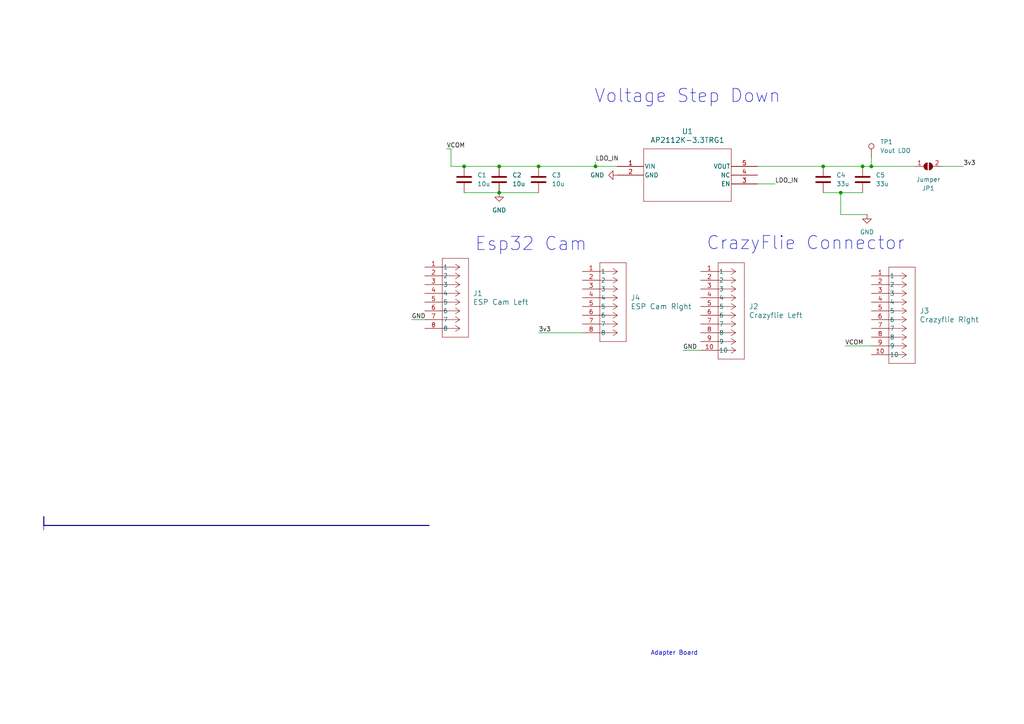
<source format=kicad_sch>
(kicad_sch (version 20231120) (generator "eeschema") (generator_version "8.0")
  (paper "A4")
  (lib_symbols
    (symbol "2024-03-30_19-43-28:NPTC081KFXC-RC" (pin_names (offset 0.254))
      (property "Reference" "J" (at 8.89 6.35 0))
      (property "Value" "NPTC081KFXC-RC" (at 0 0 0))
      (symbol "NPTC081KFXC-RC_1_1"
        (polyline (pts (xy 5.08 -20.32) (xy 12.7 -20.32)) (stroke (width 0.127)))
        (polyline (pts (xy 5.08 2.54) (xy 5.08 -20.32)) (stroke (width 0.127)))
        (polyline (pts (xy 10.16 -17.78) (xy 5.08 -17.78)) (stroke (width 0.127)))
        (polyline (pts (xy 10.16 -17.78) (xy 8.89 -18.6267)) (stroke (width 0.127)))
        (polyline (pts (xy 10.16 -17.78) (xy 8.89 -16.9333)) (stroke (width 0.127)))
        (polyline (pts (xy 10.16 -15.24) (xy 5.08 -15.24)) (stroke (width 0.127)))
        (polyline (pts (xy 10.16 -15.24) (xy 8.89 -16.0867)) (stroke (width 0.127)))
        (polyline (pts (xy 10.16 -15.24) (xy 8.89 -14.3933)) (stroke (width 0.127)))
        (polyline (pts (xy 10.16 -12.7) (xy 5.08 -12.7)) (stroke (width 0.127)))
        (polyline (pts (xy 10.16 -12.7) (xy 8.89 -13.5467)) (stroke (width 0.127)))
        (polyline (pts (xy 10.16 -12.7) (xy 8.89 -11.8533)) (stroke (width 0.127)))
        (polyline (pts (xy 10.16 -10.16) (xy 5.08 -10.16)) (stroke (width 0.127)))
        (polyline (pts (xy 10.16 -10.16) (xy 8.89 -11.0067)) (stroke (width 0.127)))
        (polyline (pts (xy 10.16 -10.16) (xy 8.89 -9.3133)) (stroke (width 0.127)))
        (polyline (pts (xy 10.16 -7.62) (xy 5.08 -7.62)) (stroke (width 0.127)))
        (polyline (pts (xy 10.16 -7.62) (xy 8.89 -8.4667)) (stroke (width 0.127)))
        (polyline (pts (xy 10.16 -7.62) (xy 8.89 -6.7733)) (stroke (width 0.127)))
        (polyline (pts (xy 10.16 -5.08) (xy 5.08 -5.08)) (stroke (width 0.127)))
        (polyline (pts (xy 10.16 -5.08) (xy 8.89 -5.9267)) (stroke (width 0.127)))
        (polyline (pts (xy 10.16 -5.08) (xy 8.89 -4.2333)) (stroke (width 0.127)))
        (polyline (pts (xy 10.16 -2.54) (xy 5.08 -2.54)) (stroke (width 0.127)))
        (polyline (pts (xy 10.16 -2.54) (xy 8.89 -3.3867)) (stroke (width 0.127)))
        (polyline (pts (xy 10.16 -2.54) (xy 8.89 -1.6933)) (stroke (width 0.127)))
        (polyline (pts (xy 10.16 0) (xy 5.08 0)) (stroke (width 0.127)))
        (polyline (pts (xy 10.16 0) (xy 8.89 -0.8467)) (stroke (width 0.127)))
        (polyline (pts (xy 10.16 0) (xy 8.89 0.8467)) (stroke (width 0.127)))
        (polyline (pts (xy 12.7 -20.32) (xy 12.7 2.54)) (stroke (width 0.127)))
        (polyline (pts (xy 12.7 2.54) (xy 5.08 2.54)) (stroke (width 0.127)))
        (pin unspecified line (at 0 0 0) (length 5.08) (name "1") (number "1"))
        (pin unspecified line (at 0 -2.54 0) (length 5.08) (name "2") (number "2"))
        (pin unspecified line (at 0 -5.08 0) (length 5.08) (name "3") (number "3"))
        (pin unspecified line (at 0 -7.62 0) (length 5.08) (name "4") (number "4"))
        (pin unspecified line (at 0 -10.16 0) (length 5.08) (name "5") (number "5"))
        (pin unspecified line (at 0 -12.7 0) (length 5.08) (name "6") (number "6"))
        (pin unspecified line (at 0 -15.24 0) (length 5.08) (name "7") (number "7"))
        (pin unspecified line (at 0 -17.78 0) (length 5.08) (name "8") (number "8"))
      )
      (symbol "NPTC081KFXC-RC_1_2"
        (polyline (pts (xy 5.08 -20.32) (xy 12.7 -20.32)) (stroke (width 0.127)))
        (polyline (pts (xy 5.08 2.54) (xy 5.08 -20.32)) (stroke (width 0.127)))
        (polyline (pts (xy 7.62 -17.78) (xy 5.08 -17.78)) (stroke (width 0.127)))
        (polyline (pts (xy 7.62 -17.78) (xy 8.89 -18.6267)) (stroke (width 0.127)))
        (polyline (pts (xy 7.62 -17.78) (xy 8.89 -16.9333)) (stroke (width 0.127)))
        (polyline (pts (xy 7.62 -15.24) (xy 5.08 -15.24)) (stroke (width 0.127)))
        (polyline (pts (xy 7.62 -15.24) (xy 8.89 -16.0867)) (stroke (width 0.127)))
        (polyline (pts (xy 7.62 -15.24) (xy 8.89 -14.3933)) (stroke (width 0.127)))
        (polyline (pts (xy 7.62 -12.7) (xy 5.08 -12.7)) (stroke (width 0.127)))
        (polyline (pts (xy 7.62 -12.7) (xy 8.89 -13.5467)) (stroke (width 0.127)))
        (polyline (pts (xy 7.62 -12.7) (xy 8.89 -11.8533)) (stroke (width 0.127)))
        (polyline (pts (xy 7.62 -10.16) (xy 5.08 -10.16)) (stroke (width 0.127)))
        (polyline (pts (xy 7.62 -10.16) (xy 8.89 -11.0067)) (stroke (width 0.127)))
        (polyline (pts (xy 7.62 -10.16) (xy 8.89 -9.3133)) (stroke (width 0.127)))
        (polyline (pts (xy 7.62 -7.62) (xy 5.08 -7.62)) (stroke (width 0.127)))
        (polyline (pts (xy 7.62 -7.62) (xy 8.89 -8.4667)) (stroke (width 0.127)))
        (polyline (pts (xy 7.62 -7.62) (xy 8.89 -6.7733)) (stroke (width 0.127)))
        (polyline (pts (xy 7.62 -5.08) (xy 5.08 -5.08)) (stroke (width 0.127)))
        (polyline (pts (xy 7.62 -5.08) (xy 8.89 -5.9267)) (stroke (width 0.127)))
        (polyline (pts (xy 7.62 -5.08) (xy 8.89 -4.2333)) (stroke (width 0.127)))
        (polyline (pts (xy 7.62 -2.54) (xy 5.08 -2.54)) (stroke (width 0.127)))
        (polyline (pts (xy 7.62 -2.54) (xy 8.89 -3.3867)) (stroke (width 0.127)))
        (polyline (pts (xy 7.62 -2.54) (xy 8.89 -1.6933)) (stroke (width 0.127)))
        (polyline (pts (xy 7.62 0) (xy 5.08 0)) (stroke (width 0.127)))
        (polyline (pts (xy 7.62 0) (xy 8.89 -0.8467)) (stroke (width 0.127)))
        (polyline (pts (xy 7.62 0) (xy 8.89 0.8467)) (stroke (width 0.127)))
        (polyline (pts (xy 12.7 -20.32) (xy 12.7 2.54)) (stroke (width 0.127)))
        (polyline (pts (xy 12.7 2.54) (xy 5.08 2.54)) (stroke (width 0.127)))
        (pin unspecified line (at 0 0 0) (length 5.08) (name "1") (number "1"))
        (pin unspecified line (at 0 -2.54 0) (length 5.08) (name "2") (number "2"))
        (pin unspecified line (at 0 -5.08 0) (length 5.08) (name "3") (number "3"))
        (pin unspecified line (at 0 -7.62 0) (length 5.08) (name "4") (number "4"))
        (pin unspecified line (at 0 -10.16 0) (length 5.08) (name "5") (number "5"))
        (pin unspecified line (at 0 -12.7 0) (length 5.08) (name "6") (number "6"))
        (pin unspecified line (at 0 -15.24 0) (length 5.08) (name "7") (number "7"))
        (pin unspecified line (at 0 -17.78 0) (length 5.08) (name "8") (number "8"))
      )
    )
    (symbol "2024-03-30_19-44-20:NPPN101BFLC-RC" (pin_names (offset 0.254))
      (property "Reference" "J" (at 8.89 6.35 0))
      (property "Value" "NPPN101BFLC-RC" (at 0 0 0))
      (symbol "NPPN101BFLC-RC_1_1"
        (polyline (pts (xy 5.08 -25.4) (xy 12.7 -25.4)) (stroke (width 0.127)))
        (polyline (pts (xy 5.08 2.54) (xy 5.08 -25.4)) (stroke (width 0.127)))
        (polyline (pts (xy 10.16 -22.86) (xy 5.08 -22.86)) (stroke (width 0.127)))
        (polyline (pts (xy 10.16 -22.86) (xy 8.89 -23.7067)) (stroke (width 0.127)))
        (polyline (pts (xy 10.16 -22.86) (xy 8.89 -22.0133)) (stroke (width 0.127)))
        (polyline (pts (xy 10.16 -20.32) (xy 5.08 -20.32)) (stroke (width 0.127)))
        (polyline (pts (xy 10.16 -20.32) (xy 8.89 -21.1667)) (stroke (width 0.127)))
        (polyline (pts (xy 10.16 -20.32) (xy 8.89 -19.4733)) (stroke (width 0.127)))
        (polyline (pts (xy 10.16 -17.78) (xy 5.08 -17.78)) (stroke (width 0.127)))
        (polyline (pts (xy 10.16 -17.78) (xy 8.89 -18.6267)) (stroke (width 0.127)))
        (polyline (pts (xy 10.16 -17.78) (xy 8.89 -16.9333)) (stroke (width 0.127)))
        (polyline (pts (xy 10.16 -15.24) (xy 5.08 -15.24)) (stroke (width 0.127)))
        (polyline (pts (xy 10.16 -15.24) (xy 8.89 -16.0867)) (stroke (width 0.127)))
        (polyline (pts (xy 10.16 -15.24) (xy 8.89 -14.3933)) (stroke (width 0.127)))
        (polyline (pts (xy 10.16 -12.7) (xy 5.08 -12.7)) (stroke (width 0.127)))
        (polyline (pts (xy 10.16 -12.7) (xy 8.89 -13.5467)) (stroke (width 0.127)))
        (polyline (pts (xy 10.16 -12.7) (xy 8.89 -11.8533)) (stroke (width 0.127)))
        (polyline (pts (xy 10.16 -10.16) (xy 5.08 -10.16)) (stroke (width 0.127)))
        (polyline (pts (xy 10.16 -10.16) (xy 8.89 -11.0067)) (stroke (width 0.127)))
        (polyline (pts (xy 10.16 -10.16) (xy 8.89 -9.3133)) (stroke (width 0.127)))
        (polyline (pts (xy 10.16 -7.62) (xy 5.08 -7.62)) (stroke (width 0.127)))
        (polyline (pts (xy 10.16 -7.62) (xy 8.89 -8.4667)) (stroke (width 0.127)))
        (polyline (pts (xy 10.16 -7.62) (xy 8.89 -6.7733)) (stroke (width 0.127)))
        (polyline (pts (xy 10.16 -5.08) (xy 5.08 -5.08)) (stroke (width 0.127)))
        (polyline (pts (xy 10.16 -5.08) (xy 8.89 -5.9267)) (stroke (width 0.127)))
        (polyline (pts (xy 10.16 -5.08) (xy 8.89 -4.2333)) (stroke (width 0.127)))
        (polyline (pts (xy 10.16 -2.54) (xy 5.08 -2.54)) (stroke (width 0.127)))
        (polyline (pts (xy 10.16 -2.54) (xy 8.89 -3.3867)) (stroke (width 0.127)))
        (polyline (pts (xy 10.16 -2.54) (xy 8.89 -1.6933)) (stroke (width 0.127)))
        (polyline (pts (xy 10.16 0) (xy 5.08 0)) (stroke (width 0.127)))
        (polyline (pts (xy 10.16 0) (xy 8.89 -0.8467)) (stroke (width 0.127)))
        (polyline (pts (xy 10.16 0) (xy 8.89 0.8467)) (stroke (width 0.127)))
        (polyline (pts (xy 12.7 -25.4) (xy 12.7 2.54)) (stroke (width 0.127)))
        (polyline (pts (xy 12.7 2.54) (xy 5.08 2.54)) (stroke (width 0.127)))
        (pin unspecified line (at 0 0 0) (length 5.08) (name "1") (number "1"))
        (pin unspecified line (at 0 -22.86 0) (length 5.08) (name "10") (number "10"))
        (pin unspecified line (at 0 -2.54 0) (length 5.08) (name "2") (number "2"))
        (pin unspecified line (at 0 -5.08 0) (length 5.08) (name "3") (number "3"))
        (pin unspecified line (at 0 -7.62 0) (length 5.08) (name "4") (number "4"))
        (pin unspecified line (at 0 -10.16 0) (length 5.08) (name "5") (number "5"))
        (pin unspecified line (at 0 -12.7 0) (length 5.08) (name "6") (number "6"))
        (pin unspecified line (at 0 -15.24 0) (length 5.08) (name "7") (number "7"))
        (pin unspecified line (at 0 -17.78 0) (length 5.08) (name "8") (number "8"))
        (pin unspecified line (at 0 -20.32 0) (length 5.08) (name "9") (number "9"))
      )
      (symbol "NPPN101BFLC-RC_1_2"
        (polyline (pts (xy 5.08 -25.4) (xy 12.7 -25.4)) (stroke (width 0.127)))
        (polyline (pts (xy 5.08 2.54) (xy 5.08 -25.4)) (stroke (width 0.127)))
        (polyline (pts (xy 7.62 -22.86) (xy 5.08 -22.86)) (stroke (width 0.127)))
        (polyline (pts (xy 7.62 -22.86) (xy 8.89 -23.7067)) (stroke (width 0.127)))
        (polyline (pts (xy 7.62 -22.86) (xy 8.89 -22.0133)) (stroke (width 0.127)))
        (polyline (pts (xy 7.62 -20.32) (xy 5.08 -20.32)) (stroke (width 0.127)))
        (polyline (pts (xy 7.62 -20.32) (xy 8.89 -21.1667)) (stroke (width 0.127)))
        (polyline (pts (xy 7.62 -20.32) (xy 8.89 -19.4733)) (stroke (width 0.127)))
        (polyline (pts (xy 7.62 -17.78) (xy 5.08 -17.78)) (stroke (width 0.127)))
        (polyline (pts (xy 7.62 -17.78) (xy 8.89 -18.6267)) (stroke (width 0.127)))
        (polyline (pts (xy 7.62 -17.78) (xy 8.89 -16.9333)) (stroke (width 0.127)))
        (polyline (pts (xy 7.62 -15.24) (xy 5.08 -15.24)) (stroke (width 0.127)))
        (polyline (pts (xy 7.62 -15.24) (xy 8.89 -16.0867)) (stroke (width 0.127)))
        (polyline (pts (xy 7.62 -15.24) (xy 8.89 -14.3933)) (stroke (width 0.127)))
        (polyline (pts (xy 7.62 -12.7) (xy 5.08 -12.7)) (stroke (width 0.127)))
        (polyline (pts (xy 7.62 -12.7) (xy 8.89 -13.5467)) (stroke (width 0.127)))
        (polyline (pts (xy 7.62 -12.7) (xy 8.89 -11.8533)) (stroke (width 0.127)))
        (polyline (pts (xy 7.62 -10.16) (xy 5.08 -10.16)) (stroke (width 0.127)))
        (polyline (pts (xy 7.62 -10.16) (xy 8.89 -11.0067)) (stroke (width 0.127)))
        (polyline (pts (xy 7.62 -10.16) (xy 8.89 -9.3133)) (stroke (width 0.127)))
        (polyline (pts (xy 7.62 -7.62) (xy 5.08 -7.62)) (stroke (width 0.127)))
        (polyline (pts (xy 7.62 -7.62) (xy 8.89 -8.4667)) (stroke (width 0.127)))
        (polyline (pts (xy 7.62 -7.62) (xy 8.89 -6.7733)) (stroke (width 0.127)))
        (polyline (pts (xy 7.62 -5.08) (xy 5.08 -5.08)) (stroke (width 0.127)))
        (polyline (pts (xy 7.62 -5.08) (xy 8.89 -5.9267)) (stroke (width 0.127)))
        (polyline (pts (xy 7.62 -5.08) (xy 8.89 -4.2333)) (stroke (width 0.127)))
        (polyline (pts (xy 7.62 -2.54) (xy 5.08 -2.54)) (stroke (width 0.127)))
        (polyline (pts (xy 7.62 -2.54) (xy 8.89 -3.3867)) (stroke (width 0.127)))
        (polyline (pts (xy 7.62 -2.54) (xy 8.89 -1.6933)) (stroke (width 0.127)))
        (polyline (pts (xy 7.62 0) (xy 5.08 0)) (stroke (width 0.127)))
        (polyline (pts (xy 7.62 0) (xy 8.89 -0.8467)) (stroke (width 0.127)))
        (polyline (pts (xy 7.62 0) (xy 8.89 0.8467)) (stroke (width 0.127)))
        (polyline (pts (xy 12.7 -25.4) (xy 12.7 2.54)) (stroke (width 0.127)))
        (polyline (pts (xy 12.7 2.54) (xy 5.08 2.54)) (stroke (width 0.127)))
        (pin unspecified line (at 0 0 0) (length 5.08) (name "1") (number "1"))
        (pin unspecified line (at 0 -22.86 0) (length 5.08) (name "10") (number "10"))
        (pin unspecified line (at 0 -2.54 0) (length 5.08) (name "2") (number "2"))
        (pin unspecified line (at 0 -5.08 0) (length 5.08) (name "3") (number "3"))
        (pin unspecified line (at 0 -7.62 0) (length 5.08) (name "4") (number "4"))
        (pin unspecified line (at 0 -10.16 0) (length 5.08) (name "5") (number "5"))
        (pin unspecified line (at 0 -12.7 0) (length 5.08) (name "6") (number "6"))
        (pin unspecified line (at 0 -15.24 0) (length 5.08) (name "7") (number "7"))
        (pin unspecified line (at 0 -17.78 0) (length 5.08) (name "8") (number "8"))
        (pin unspecified line (at 0 -20.32 0) (length 5.08) (name "9") (number "9"))
      )
    )
    (symbol "2024-03-31_17-58-10:AP2112K-3.3TRG1" (pin_names (offset 0.254))
      (property "Reference" "U" (at 20.32 10.16 0))
      (property "Value" "AP2112K-3.3TRG1" (at 20.32 7.62 0))
      (symbol "AP2112K-3.3TRG1_0_1"
        (polyline (pts (xy 7.62 -10.16) (xy 33.02 -10.16)) (stroke (width 0.127)))
        (polyline (pts (xy 7.62 5.08) (xy 7.62 -10.16)) (stroke (width 0.127)))
        (polyline (pts (xy 33.02 -10.16) (xy 33.02 5.08)) (stroke (width 0.127)))
        (polyline (pts (xy 33.02 5.08) (xy 7.62 5.08)) (stroke (width 0.127)))
        (pin unspecified line (at 0 0 0) (length 7.62) (name "VIN") (number "1"))
        (pin unspecified line (at 0 -2.54 0) (length 7.62) (name "GND") (number "2"))
        (pin unspecified line (at 40.64 -5.08 180) (length 7.62) (name "EN") (number "3"))
        (pin unspecified line (at 40.64 -2.54 180) (length 7.62) (name "NC") (number "4"))
        (pin unspecified line (at 40.64 0 180) (length 7.62) (name "VOUT") (number "5"))
      )
    )
    (symbol "Connector:TestPoint" (pin_numbers hide) (pin_names (offset 0.762) hide)
      (property "Reference" "TP" (at 0 6.858 0))
      (property "Value" "TestPoint" (at 0 5.08 0))
      (symbol "TestPoint_0_1"
        (circle (center 0 3.302) (radius 0.762))
      )
      (symbol "TestPoint_1_1"
        (pin passive line (at 0 0 90) (length 2.54) (name "1") (number "1"))
      )
    )
    (symbol "Device:C" (pin_numbers hide) (pin_names (offset 0.254))
      (property "Reference" "C" (at 0.635 2.54 0))
      (property "Value" "C" (at 0.635 -2.54 0))
      (symbol "C_0_1"
        (polyline (pts (xy -2.032 -0.762) (xy 2.032 -0.762)) (stroke (width 0.508)))
        (polyline (pts (xy -2.032 0.762) (xy 2.032 0.762)) (stroke (width 0.508)))
      )
      (symbol "C_1_1"
        (pin passive line (at 0 3.81 270) (length 2.794) (name "~") (number "1"))
        (pin passive line (at 0 -3.81 90) (length 2.794) (name "~") (number "2"))
      )
    )
    (symbol "Jumper:SolderJumper_2_Open" (pin_names (offset 0) hide)
      (property "Reference" "JP" (at 0 2.032 0))
      (property "Value" "SolderJumper_2_Open" (at 0 -2.54 0))
      (symbol "SolderJumper_2_Open_0_1"
        (arc (start -0.254 1.016) (mid -1.2655 0) (end -0.254 -1.016))
        (arc (start -0.254 1.016) (mid -1.2655 0) (end -0.254 -1.016) (fill (type outline)))
        (polyline (pts (xy -0.254 1.016) (xy -0.254 -1.016)))
        (polyline (pts (xy 0.254 1.016) (xy 0.254 -1.016)))
        (arc (start 0.254 -1.016) (mid 1.2655 0) (end 0.254 1.016))
        (arc (start 0.254 -1.016) (mid 1.2655 0) (end 0.254 1.016) (fill (type outline)))
      )
      (symbol "SolderJumper_2_Open_1_1"
        (pin passive line (at -3.81 0 0) (length 2.54) (name "A") (number "1"))
        (pin passive line (at 3.81 0 180) (length 2.54) (name "B") (number "2"))
      )
    )
    (symbol "power:GND" (power) (pin_numbers hide) (pin_names (offset 0) hide)
      (property "Value" "GND" (at 0 -3.81 0))
      (symbol "GND_0_1"
        (polyline (pts (xy 0 0) (xy 0 -1.27) (xy 1.27 -1.27) (xy 0 -2.54) (xy -1.27 -1.27) (xy 0 -1.27)))
      )
      (symbol "GND_1_1"
        (pin power_in line (at 0 0 270) (length 0) (name "~") (number "1"))
      )
    )
  )
  (junction (at 144.78 55.88))
  (junction (at 243.84 55.88))
  (junction (at 134.62 48.26))
  (junction (at 238.76 48.26))
  (junction (at 172.72 48.26))
  (junction (at 250.19 48.26))
  (junction (at 144.78 48.26))
  (junction (at 252.73 48.26))
  (junction (at 156.21 48.26))
  (wire (pts (xy 245.11 100.33) (xy 252.73 100.33)))
  (wire (pts (xy 250.19 48.26) (xy 252.73 48.26)))
  (wire (pts (xy 198.12 101.6) (xy 203.2 101.6)))
  (wire (pts (xy 129.54 43.18) (xy 130.81 43.18)))
  (bus (pts (xy 12.7 149.86) (xy 12.7 152.4)))
  (wire (pts (xy 130.81 48.26) (xy 134.62 48.26)))
  (wire (pts (xy 273.05 48.26) (xy 279.4 48.26)))
  (wire (pts (xy 172.72 46.99) (xy 172.72 48.26)))
  (wire (pts (xy 219.71 48.26) (xy 238.76 48.26)))
  (wire (pts (xy 156.21 96.52) (xy 168.91 96.52)))
  (wire (pts (xy 156.21 48.26) (xy 172.72 48.26)))
  (wire (pts (xy 144.78 48.26) (xy 156.21 48.26)))
  (wire (pts (xy 172.72 48.26) (xy 179.07 48.26)))
  (wire (pts (xy 243.84 62.23) (xy 251.46 62.23)))
  (bus (pts (xy 124.46 152.4) (xy 12.7 152.4)))
  (wire (pts (xy 243.84 55.88) (xy 250.19 55.88)))
  (wire (pts (xy 134.62 55.88) (xy 144.78 55.88)))
  (wire (pts (xy 238.76 55.88) (xy 243.84 55.88)))
  (wire (pts (xy 252.73 48.26) (xy 265.43 48.26)))
  (wire (pts (xy 243.84 55.88) (xy 243.84 62.23)))
  (wire (pts (xy 252.73 45.72) (xy 252.73 48.26)))
  (polyline (pts (xy 12.7 151.13) (xy 12.7 153.67)))
  (wire (pts (xy 238.76 48.26) (xy 250.19 48.26)))
  (wire (pts (xy 144.78 55.88) (xy 156.21 55.88)))
  (wire (pts (xy 134.62 48.26) (xy 144.78 48.26)))
  (wire (pts (xy 119.38 92.71) (xy 123.19 92.71)))
  (wire (pts (xy 130.81 43.18) (xy 130.81 48.26)))
  (wire (pts (xy 224.79 53.34) (xy 219.71 53.34)))
  (text "Adapter Board" (at 195.58 189.484 0) (effects (font (size 1.27 1.27))))
  (text "Voltage Step Down" (at 199.39 27.94 0) (effects (font (size 3.81 3.81))))
  (text "Esp32 Cam " (at 155.448 70.866 0) (effects (font (size 3.81 3.81))))
  (text "CrazyFlie Connector" (at 233.68 70.612 0) (effects (font (size 3.81 3.81))))
  (label "3v3" (at 279.4 48.26 0))
  (label "VCOM" (at 245.11 100.33 0))
  (label "GND" (at 198.12 101.6 0))
  (label "LDO_IN" (at 224.79 53.34 0))
  (label "3v3" (at 156.21 96.52 0))
  (label "GND" (at 119.38 92.71 0))
  (label "VCOM" (at 129.54 43.18 0))
  (label "LDO_IN" (at 172.72 46.99 0))
  (symbol (lib_id "Device:C") (at 144.78 52.07 0) (unit 1)
    (property "Reference" "C2" (at 148.59 50.7999 0) (effects (justify left)))
    (property "Value" "10u" (at 148.59 53.3399 0) (effects (justify left)))
    (property "Footprint" "Capacitor_SMD:C_0805_2012Metric_Pad1.18x1.45mm_HandSolder" (effects (hide yes)))
    (property "Description" "Unpolarized capacitor" (effects (hide yes)))
  )
  (symbol (lib_id "power:GND") (at 179.07 50.8 270) (unit 1)
    (property "Reference" "#PWR02" (effects (hide yes)))
    (property "Value" "GND" (at 175.26 50.7999 90) (effects (justify right)))
    (property "Description" "Power symbol creates a global label with name \"GND\" , ground" (effects (hide yes)))
  )
  (symbol (lib_id "2024-03-30_19-44-20:NPPN101BFLC-RC") (at 252.73 80.01 0) (unit 1)
    (property "Reference" "J3" (at 266.7 90.1699 0) (effects (font (size 1.524 1.524)) (justify left)))
    (property "Value" "Crazyflie Right" (at 266.7 92.7099 0) (effects (font (size 1.524 1.524)) (justify left)))
    (property "Footprint" "footprints_crazyflie_connector:CONN10X1_NPPN101BFLC-RC_SUL" (effects (hide yes)))
    (property "Datasheet" "NPPN101BFLC-RC" (effects (hide yes)))
  )
  (symbol (lib_id "Device:C") (at 156.21 52.07 0) (unit 1)
    (property "Reference" "C3" (at 160.02 50.7999 0) (effects (justify left)))
    (property "Value" "10u" (at 160.02 53.3399 0) (effects (justify left)))
    (property "Footprint" "Capacitor_SMD:C_0805_2012Metric_Pad1.18x1.45mm_HandSolder" (effects (hide yes)))
    (property "Description" "Unpolarized capacitor" (effects (hide yes)))
  )
  (symbol (lib_id "Connector:TestPoint") (at 252.73 45.72 0) (unit 1)
    (property "Reference" "TP1" (at 255.27 41.1479 0) (effects (justify left)))
    (property "Value" "Vout LDO" (at 255.27 43.6879 0) (effects (justify left)))
    (property "Footprint" "TestPoint:TestPoint_THTPad_1.5x1.5mm_Drill0.7mm" (effects (hide yes)))
    (property "Description" "test point" (effects (hide yes)))
  )
  (symbol (lib_id "Device:C") (at 134.62 52.07 0) (unit 1)
    (property "Reference" "C1" (at 138.43 50.7999 0) (effects (justify left)))
    (property "Value" "10u" (at 138.43 53.3399 0) (effects (justify left)))
    (property "Footprint" "Capacitor_SMD:C_0805_2012Metric_Pad1.18x1.45mm_HandSolder" (effects (hide yes)))
    (property "Description" "Unpolarized capacitor" (effects (hide yes)))
  )
  (symbol (lib_id "Device:C") (at 250.19 52.07 0) (unit 1)
    (property "Reference" "C5" (at 254 50.7999 0) (effects (justify left)))
    (property "Value" "33u" (at 254 53.3399 0) (effects (justify left)))
    (property "Footprint" "Capacitor_SMD:C_0805_2012Metric_Pad1.18x1.45mm_HandSolder" (effects (hide yes)))
    (property "Description" "Unpolarized capacitor" (effects (hide yes)))
  )
  (symbol (lib_id "Jumper:SolderJumper_2_Open") (at 269.24 48.26 0) (unit 1)
    (property "Reference" "JP1" (at 269.24 54.61 0))
    (property "Value" "Jumper" (at 269.24 52.07 0))
    (property "Footprint" "Jumper:SolderJumper-2_P1.3mm_Open_TrianglePad1.0x1.5mm" (effects (hide yes)))
  )
  (symbol (lib_id "2024-03-30_19-43-28:NPTC081KFXC-RC") (at 123.19 77.47 0) (unit 1)
    (property "Reference" "J1" (at 137.16 85.0899 0) (effects (font (size 1.524 1.524)) (justify left)))
    (property "Value" "ESP Cam Left" (at 137.16 87.6299 0) (effects (font (size 1.524 1.524)) (justify left)))
    (property "Footprint" "footprints_espcam_connector:CONN_NPTC081KFXC-RC_SUL" (effects (hide yes)))
    (property "Datasheet" "NPTC081KFXC-RC" (effects (hide yes)))
  )
  (symbol (lib_id "power:GND") (at 251.46 62.23 0) (unit 1)
    (property "Reference" "#PWR03" (effects (hide yes)))
    (property "Value" "GND" (at 251.46 67.31 0))
    (property "Description" "Power symbol creates a global label with name \"GND\" , ground" (effects (hide yes)))
  )
  (symbol (lib_id "power:GND") (at 144.78 55.88 0) (unit 1)
    (property "Reference" "#PWR01" (effects (hide yes)))
    (property "Value" "GND" (at 144.78 60.96 0))
    (property "Description" "Power symbol creates a global label with name \"GND\" , ground" (effects (hide yes)))
  )
  (symbol (lib_id "2024-03-30_19-44-20:NPPN101BFLC-RC") (at 203.2 78.74 0) (unit 1)
    (property "Reference" "J2" (at 217.17 88.8999 0) (effects (font (size 1.524 1.524)) (justify left)))
    (property "Value" "Crazyflie Left" (at 217.17 91.4399 0) (effects (font (size 1.524 1.524)) (justify left)))
    (property "Footprint" "footprints_crazyflie_connector:CONN10X1_NPPN101BFLC-RC_SUL" (effects (hide yes)))
    (property "Datasheet" "NPPN101BFLC-RC" (effects (hide yes)))
  )
  (symbol (lib_id "Device:C") (at 238.76 52.07 0) (unit 1)
    (property "Reference" "C4" (at 242.57 50.7999 0) (effects (justify left)))
    (property "Value" "33u" (at 242.57 53.3399 0) (effects (justify left)))
    (property "Footprint" "Capacitor_SMD:C_0805_2012Metric_Pad1.18x1.45mm_HandSolder" (effects (hide yes)))
    (property "Description" "Unpolarized capacitor" (effects (hide yes)))
  )
  (symbol (lib_id "2024-03-30_19-43-28:NPTC081KFXC-RC") (at 168.91 78.74 0) (unit 1)
    (property "Reference" "J4" (at 182.88 86.3599 0) (effects (font (size 1.524 1.524)) (justify left)))
    (property "Value" "ESP Cam Right" (at 182.88 88.8999 0) (effects (font (size 1.524 1.524)) (justify left)))
    (property "Footprint" "footprints_espcam_connector:CONN_NPTC081KFXC-RC_SUL" (effects (hide yes)))
    (property "Datasheet" "NPTC081KFXC-RC" (effects (hide yes)))
  )
  (symbol (lib_id "2024-03-31_17-58-10:AP2112K-3.3TRG1") (at 179.07 48.26 0) (unit 1)
    (property "Reference" "U1" (at 199.39 38.1 0) (effects (font (size 1.524 1.524))))
    (property "Value" "AP2112K-3.3TRG1" (at 199.39 40.64 0) (effects (font (size 1.524 1.524))))
    (property "Footprint" "footprints:SOT95P285X140-5N" (effects (hide yes)))
    (property "Datasheet" "AP2112K-3.3TRG1" (effects (hide yes)))
  )
)
</source>
